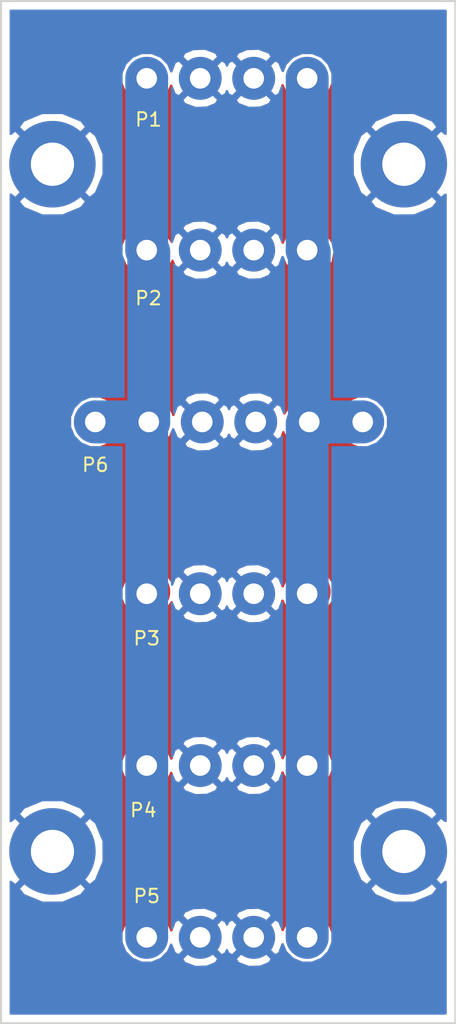
<source format=kicad_pcb>
(kicad_pcb (version 4) (host pcbnew 4.0.5)

  (general
    (links 27)
    (no_connects 0)
    (area 132.761667 57.709999 168.863334 133.425001)
    (thickness 1.6)
    (drawings 4)
    (tracks 24)
    (zones 0)
    (modules 10)
    (nets 4)
  )

  (page A4)
  (layers
    (0 F.Cu signal)
    (31 B.Cu signal)
    (32 B.Adhes user)
    (33 F.Adhes user)
    (34 B.Paste user)
    (35 F.Paste user)
    (36 B.SilkS user)
    (37 F.SilkS user)
    (38 B.Mask user)
    (39 F.Mask user)
    (40 Dwgs.User user)
    (41 Cmts.User user)
    (42 Eco1.User user)
    (43 Eco2.User user)
    (44 Edge.Cuts user)
    (45 Margin user)
    (46 B.CrtYd user)
    (47 F.CrtYd user)
    (48 B.Fab user)
    (49 F.Fab user)
  )

  (setup
    (last_trace_width 0.25)
    (user_trace_width 3.175)
    (trace_clearance 0.2)
    (zone_clearance 0.2032)
    (zone_45_only no)
    (trace_min 0.2)
    (segment_width 0.2)
    (edge_width 0.15)
    (via_size 0.6)
    (via_drill 0.4)
    (via_min_size 0.4)
    (via_min_drill 0.3)
    (uvia_size 0.3)
    (uvia_drill 0.1)
    (uvias_allowed no)
    (uvia_min_size 0.2)
    (uvia_min_drill 0.1)
    (pcb_text_width 0.3)
    (pcb_text_size 1.5 1.5)
    (mod_edge_width 0.15)
    (mod_text_size 1 1)
    (mod_text_width 0.15)
    (pad_size 1.524 1.524)
    (pad_drill 0.762)
    (pad_to_mask_clearance 0.2)
    (aux_axis_origin 0 0)
    (visible_elements FFFFFF7F)
    (pcbplotparams
      (layerselection 0x00030_80000001)
      (usegerberextensions false)
      (excludeedgelayer true)
      (linewidth 0.100000)
      (plotframeref false)
      (viasonmask false)
      (mode 1)
      (useauxorigin false)
      (hpglpennumber 1)
      (hpglpenspeed 20)
      (hpglpendiameter 15)
      (hpglpenoverlay 2)
      (psnegative false)
      (psa4output false)
      (plotreference true)
      (plotvalue true)
      (plotinvisibletext false)
      (padsonsilk false)
      (subtractmaskfromsilk false)
      (outputformat 1)
      (mirror false)
      (drillshape 1)
      (scaleselection 1)
      (outputdirectory ""))
  )

  (net 0 "")
  (net 1 +12V)
  (net 2 GND)
  (net 3 +5V)

  (net_class Default "This is the default net class."
    (clearance 0.2)
    (trace_width 0.25)
    (via_dia 0.6)
    (via_drill 0.4)
    (uvia_dia 0.3)
    (uvia_drill 0.1)
    (add_net +12V)
    (add_net +5V)
    (add_net GND)
  )

  (module Connectors:molex-77-156-4 (layer F.Cu) (tedit 5CF50EB3) (tstamp 5CF3F951)
    (at 144.78 63.5)
    (path /5CF3B173)
    (fp_text reference P1 (at 0.127 3.048) (layer F.SilkS)
      (effects (font (size 1 1) (thickness 0.15)))
    )
    (fp_text value CONN_01X04 (at 5.715 2.54) (layer F.Fab) hide
      (effects (font (size 1 1) (thickness 0.15)))
    )
    (pad 1 thru_hole circle (at 0 0) (size 3.175 3.175) (drill 1.524) (layers *.Cu *.Mask)
      (net 1 +12V))
    (pad 2 thru_hole circle (at 3.9624 0) (size 3.175 3.175) (drill 1.524) (layers *.Cu *.Mask)
      (net 2 GND))
    (pad 3 thru_hole circle (at 7.9248 0) (size 3.175 3.175) (drill 1.524) (layers *.Cu *.Mask)
      (net 2 GND))
    (pad 4 thru_hole circle (at 11.8872 0) (size 3.175 3.175) (drill 1.524) (layers *.Cu *.Mask)
      (net 3 +5V))
  )

  (module Connectors:molex-77-156-4 (layer F.Cu) (tedit 5CF50EB7) (tstamp 5CF3F959)
    (at 144.78 76.2)
    (path /5CF3B1AC)
    (fp_text reference P2 (at 0.127 3.556) (layer F.SilkS)
      (effects (font (size 1 1) (thickness 0.15)))
    )
    (fp_text value CONN_01X04 (at 5.715 2.54) (layer F.Fab) hide
      (effects (font (size 1 1) (thickness 0.15)))
    )
    (pad 1 thru_hole circle (at 0 0) (size 3.175 3.175) (drill 1.524) (layers *.Cu *.Mask)
      (net 1 +12V))
    (pad 2 thru_hole circle (at 3.9624 0) (size 3.175 3.175) (drill 1.524) (layers *.Cu *.Mask)
      (net 2 GND))
    (pad 3 thru_hole circle (at 7.9248 0) (size 3.175 3.175) (drill 1.524) (layers *.Cu *.Mask)
      (net 2 GND))
    (pad 4 thru_hole circle (at 11.8872 0) (size 3.175 3.175) (drill 1.524) (layers *.Cu *.Mask)
      (net 3 +5V))
  )

  (module Connectors:molex-77-156-4 (layer F.Cu) (tedit 5CF50EC4) (tstamp 5CF3F961)
    (at 144.78 101.6)
    (path /5CF3B1C5)
    (fp_text reference P3 (at 0 3.302) (layer F.SilkS)
      (effects (font (size 1 1) (thickness 0.15)))
    )
    (fp_text value CONN_01X04 (at 5.715 2.54) (layer F.Fab) hide
      (effects (font (size 1 1) (thickness 0.15)))
    )
    (pad 1 thru_hole circle (at 0 0) (size 3.175 3.175) (drill 1.524) (layers *.Cu *.Mask)
      (net 1 +12V))
    (pad 2 thru_hole circle (at 3.9624 0) (size 3.175 3.175) (drill 1.524) (layers *.Cu *.Mask)
      (net 2 GND))
    (pad 3 thru_hole circle (at 7.9248 0) (size 3.175 3.175) (drill 1.524) (layers *.Cu *.Mask)
      (net 2 GND))
    (pad 4 thru_hole circle (at 11.8872 0) (size 3.175 3.175) (drill 1.524) (layers *.Cu *.Mask)
      (net 3 +5V))
  )

  (module Connectors:molex-77-156-4 (layer F.Cu) (tedit 5CF50EC9) (tstamp 5CF3F969)
    (at 144.78 114.3)
    (path /5CF3B1E0)
    (fp_text reference P4 (at -0.254 3.302) (layer F.SilkS)
      (effects (font (size 1 1) (thickness 0.15)))
    )
    (fp_text value CONN_01X04 (at 5.715 2.54) (layer F.Fab) hide
      (effects (font (size 1 1) (thickness 0.15)))
    )
    (pad 1 thru_hole circle (at 0 0) (size 3.175 3.175) (drill 1.524) (layers *.Cu *.Mask)
      (net 1 +12V))
    (pad 2 thru_hole circle (at 3.9624 0) (size 3.175 3.175) (drill 1.524) (layers *.Cu *.Mask)
      (net 2 GND))
    (pad 3 thru_hole circle (at 7.9248 0) (size 3.175 3.175) (drill 1.524) (layers *.Cu *.Mask)
      (net 2 GND))
    (pad 4 thru_hole circle (at 11.8872 0) (size 3.175 3.175) (drill 1.524) (layers *.Cu *.Mask)
      (net 3 +5V))
  )

  (module Connectors:molex-77-156-4 (layer F.Cu) (tedit 5CF50ECC) (tstamp 5CF3F971)
    (at 144.78 127)
    (path /5CF3B200)
    (fp_text reference P5 (at 0 -3.048) (layer F.SilkS)
      (effects (font (size 1 1) (thickness 0.15)))
    )
    (fp_text value CONN_01X04 (at 5.715 2.54) (layer F.Fab) hide
      (effects (font (size 1 1) (thickness 0.15)))
    )
    (pad 1 thru_hole circle (at 0 0) (size 3.175 3.175) (drill 1.524) (layers *.Cu *.Mask)
      (net 1 +12V))
    (pad 2 thru_hole circle (at 3.9624 0) (size 3.175 3.175) (drill 1.524) (layers *.Cu *.Mask)
      (net 2 GND))
    (pad 3 thru_hole circle (at 7.9248 0) (size 3.175 3.175) (drill 1.524) (layers *.Cu *.Mask)
      (net 2 GND))
    (pad 4 thru_hole circle (at 11.8872 0) (size 3.175 3.175) (drill 1.524) (layers *.Cu *.Mask)
      (net 3 +5V))
  )

  (module Connectors:molex-77-156-6 (layer F.Cu) (tedit 5CF50EBD) (tstamp 5CF3F97B)
    (at 140.97 88.9)
    (path /5CF3B224)
    (fp_text reference P6 (at 0 3.175) (layer F.SilkS)
      (effects (font (size 1 1) (thickness 0.15)))
    )
    (fp_text value CONN_01X06 (at 15.24 -3.81) (layer F.Fab) hide
      (effects (font (size 1 1) (thickness 0.15)))
    )
    (pad 1 thru_hole circle (at 0 0) (size 3.175 3.175) (drill 1.524) (layers *.Cu *.Mask)
      (net 1 +12V))
    (pad 2 thru_hole circle (at 3.9624 0) (size 3.175 3.175) (drill 1.524) (layers *.Cu *.Mask)
      (net 1 +12V))
    (pad 3 thru_hole circle (at 7.9248 0) (size 3.175 3.175) (drill 1.524) (layers *.Cu *.Mask)
      (net 2 GND))
    (pad 4 thru_hole circle (at 11.8872 0) (size 3.175 3.175) (drill 1.524) (layers *.Cu *.Mask)
      (net 2 GND))
    (pad 5 thru_hole circle (at 15.8496 0) (size 3.175 3.175) (drill 1.524) (layers *.Cu *.Mask)
      (net 3 +5V))
    (pad 6 thru_hole circle (at 19.812 0) (size 3.175 3.175) (drill 1.524) (layers *.Cu *.Mask)
      (net 3 +5V))
  )

  (module Mounting_Holes:MountingHole_3.2mm_M3_Pad (layer F.Cu) (tedit 5CF50EEC) (tstamp 5CF50BF8)
    (at 137.795 120.65)
    (descr "Mounting Hole 3.2mm, M3")
    (tags "mounting hole 3.2mm m3")
    (path /5CF50B41)
    (attr virtual)
    (fp_text reference P7 (at 0 -4.2) (layer F.SilkS) hide
      (effects (font (size 1 1) (thickness 0.15)))
    )
    (fp_text value CONN_01X01 (at 0 4.2) (layer F.Fab) hide
      (effects (font (size 1 1) (thickness 0.15)))
    )
    (fp_text user %R (at 0.3 0) (layer F.Fab)
      (effects (font (size 1 1) (thickness 0.15)))
    )
    (fp_circle (center 0 0) (end 3.2 0) (layer Cmts.User) (width 0.15))
    (fp_circle (center 0 0) (end 3.45 0) (layer F.CrtYd) (width 0.05))
    (pad 1 thru_hole circle (at 0 0) (size 6.4 6.4) (drill 3.2) (layers *.Cu *.Mask)
      (net 2 GND))
  )

  (module Mounting_Holes:MountingHole_3.2mm_M3_Pad (layer F.Cu) (tedit 5CF50EE7) (tstamp 5CF50BFD)
    (at 163.83 120.65)
    (descr "Mounting Hole 3.2mm, M3")
    (tags "mounting hole 3.2mm m3")
    (path /5CF50B6E)
    (attr virtual)
    (fp_text reference P8 (at 0 -4.2) (layer F.SilkS) hide
      (effects (font (size 1 1) (thickness 0.15)))
    )
    (fp_text value CONN_01X01 (at 0 4.2) (layer F.Fab) hide
      (effects (font (size 1 1) (thickness 0.15)))
    )
    (fp_text user %R (at 0.3 0) (layer F.Fab)
      (effects (font (size 1 1) (thickness 0.15)))
    )
    (fp_circle (center 0 0) (end 3.2 0) (layer Cmts.User) (width 0.15))
    (fp_circle (center 0 0) (end 3.45 0) (layer F.CrtYd) (width 0.05))
    (pad 1 thru_hole circle (at 0 0) (size 6.4 6.4) (drill 3.2) (layers *.Cu *.Mask)
      (net 2 GND))
  )

  (module Mounting_Holes:MountingHole_3.2mm_M3_Pad (layer F.Cu) (tedit 5CF50EE1) (tstamp 5CF50C02)
    (at 163.83 69.85)
    (descr "Mounting Hole 3.2mm, M3")
    (tags "mounting hole 3.2mm m3")
    (path /5CF50B93)
    (attr virtual)
    (fp_text reference P9 (at 0 -4.2) (layer F.SilkS) hide
      (effects (font (size 1 1) (thickness 0.15)))
    )
    (fp_text value CONN_01X01 (at 0 4.2) (layer F.Fab) hide
      (effects (font (size 1 1) (thickness 0.15)))
    )
    (fp_text user %R (at 0.3 0) (layer F.Fab)
      (effects (font (size 1 1) (thickness 0.15)))
    )
    (fp_circle (center 0 0) (end 3.2 0) (layer Cmts.User) (width 0.15))
    (fp_circle (center 0 0) (end 3.45 0) (layer F.CrtYd) (width 0.05))
    (pad 1 thru_hole circle (at 0 0) (size 6.4 6.4) (drill 3.2) (layers *.Cu *.Mask)
      (net 2 GND))
  )

  (module Mounting_Holes:MountingHole_3.2mm_M3_Pad (layer F.Cu) (tedit 5CF50EDC) (tstamp 5CF50C07)
    (at 137.795 69.85)
    (descr "Mounting Hole 3.2mm, M3")
    (tags "mounting hole 3.2mm m3")
    (path /5CF50BBA)
    (attr virtual)
    (fp_text reference P10 (at 0 -4.2) (layer F.SilkS) hide
      (effects (font (size 1 1) (thickness 0.15)))
    )
    (fp_text value CONN_01X01 (at 0 4.2) (layer F.Fab) hide
      (effects (font (size 1 1) (thickness 0.15)))
    )
    (fp_text user %R (at 0.3 0) (layer F.Fab)
      (effects (font (size 1 1) (thickness 0.15)))
    )
    (fp_circle (center 0 0) (end 3.2 0) (layer Cmts.User) (width 0.15))
    (fp_circle (center 0 0) (end 3.45 0) (layer F.CrtYd) (width 0.05))
    (pad 1 thru_hole circle (at 0 0) (size 6.4 6.4) (drill 3.2) (layers *.Cu *.Mask)
      (net 2 GND))
  )

  (gr_line (start 133.985 133.35) (end 167.64 133.35) (angle 90) (layer Edge.Cuts) (width 0.15))
  (gr_line (start 133.985 57.785) (end 133.985 133.35) (angle 90) (layer Edge.Cuts) (width 0.15))
  (gr_line (start 167.64 57.785) (end 133.985 57.785) (angle 90) (layer Edge.Cuts) (width 0.15))
  (gr_line (start 167.64 133.35) (end 167.64 57.785) (angle 90) (layer Edge.Cuts) (width 0.15))

  (segment (start 144.9324 88.9) (end 140.97 88.9) (width 3.175) (layer B.Cu) (net 1))
  (segment (start 144.78 76.2) (end 144.78 63.5) (width 3.175) (layer B.Cu) (net 1))
  (segment (start 144.9324 88.9) (end 144.9324 76.3524) (width 3.175) (layer B.Cu) (net 1))
  (segment (start 144.9324 76.3524) (end 144.78 76.2) (width 3.175) (layer B.Cu) (net 1) (tstamp 5CF50A03))
  (segment (start 144.78 101.6) (end 144.78 89.0524) (width 3.175) (layer B.Cu) (net 1))
  (segment (start 144.78 89.0524) (end 144.9324 88.9) (width 3.175) (layer B.Cu) (net 1) (tstamp 5CF50A00))
  (segment (start 144.78 114.3) (end 144.78 101.6) (width 3.175) (layer B.Cu) (net 1))
  (segment (start 144.78 127) (end 144.78 114.3) (width 3.175) (layer B.Cu) (net 1))
  (segment (start 144.78 89.0524) (end 144.9324 88.9) (width 3.175) (layer F.Cu) (net 1) (tstamp 5CF50948))
  (segment (start 144.78 76.2) (end 144.9324 76.3524) (width 3.175) (layer F.Cu) (net 1) (tstamp 5CF5093A))
  (segment (start 144.78 76.2) (end 144.9324 76.3524) (width 3.175) (layer F.Cu) (net 1) (tstamp 5CF50901))
  (segment (start 144.9324 101.4476) (end 144.78 101.6) (width 3.175) (layer F.Cu) (net 1) (tstamp 5CF50906))
  (segment (start 156.8196 88.9) (end 160.782 88.9) (width 3.175) (layer B.Cu) (net 3))
  (segment (start 156.6672 76.2) (end 156.6672 63.5) (width 3.175) (layer B.Cu) (net 3))
  (segment (start 156.8196 88.9) (end 156.8196 76.3524) (width 3.175) (layer B.Cu) (net 3))
  (segment (start 156.8196 76.3524) (end 156.6672 76.2) (width 3.175) (layer B.Cu) (net 3) (tstamp 5CF50A15))
  (segment (start 156.6672 101.6) (end 156.6672 89.0524) (width 3.175) (layer B.Cu) (net 3))
  (segment (start 156.6672 89.0524) (end 156.8196 88.9) (width 3.175) (layer B.Cu) (net 3) (tstamp 5CF50A12))
  (segment (start 156.6672 114.3) (end 156.6672 101.6) (width 3.175) (layer B.Cu) (net 3))
  (segment (start 156.6672 127) (end 156.6672 114.3) (width 3.175) (layer B.Cu) (net 3))
  (segment (start 156.8196 76.3524) (end 156.6672 76.2) (width 3.175) (layer F.Cu) (net 3) (tstamp 5CF50966))
  (segment (start 156.6672 89.0524) (end 156.8196 88.9) (width 3.175) (layer F.Cu) (net 3) (tstamp 5CF50962))
  (segment (start 156.6672 101.6) (end 156.8196 101.4476) (width 3.175) (layer F.Cu) (net 3) (tstamp 5CF3FB1A))
  (segment (start 156.8196 76.3524) (end 156.6672 76.2) (width 3.175) (layer F.Cu) (net 3) (tstamp 5CF3FB27))

  (zone (net 2) (net_name GND) (layer F.Cu) (tstamp 5D5E9F3B) (hatch edge 0.508)
    (connect_pads (clearance 0.2032))
    (min_thickness 0.1778)
    (fill yes (arc_segments 16) (thermal_gap 0.508) (thermal_bridge_width 0.508))
    (polygon
      (pts
        (xy 167.005 132.715) (xy 134.62 132.715) (xy 134.62 58.42) (xy 167.005 58.42)
      )
    )
    (filled_polygon
      (pts
        (xy 166.9161 67.601441) (xy 166.576048 67.337439) (xy 164.063487 69.85) (xy 166.576048 72.362561) (xy 166.9161 72.098559)
        (xy 166.9161 118.401441) (xy 166.576048 118.137439) (xy 164.063487 120.65) (xy 166.576048 123.162561) (xy 166.9161 122.898559)
        (xy 166.9161 132.6261) (xy 134.7089 132.6261) (xy 134.7089 127.372235) (xy 142.900074 127.372235) (xy 143.185623 128.063317)
        (xy 143.713902 128.592519) (xy 144.404484 128.879273) (xy 145.152235 128.879926) (xy 145.843317 128.594377) (xy 145.856271 128.581445)
        (xy 147.394442 128.581445) (xy 147.570458 128.893925) (xy 148.384441 129.198242) (xy 149.252919 129.167895) (xy 149.914342 128.893925)
        (xy 150.090358 128.581445) (xy 151.356842 128.581445) (xy 151.532858 128.893925) (xy 152.346841 129.198242) (xy 153.215319 129.167895)
        (xy 153.876742 128.893925) (xy 154.052758 128.581445) (xy 152.7048 127.233487) (xy 151.356842 128.581445) (xy 150.090358 128.581445)
        (xy 148.7424 127.233487) (xy 147.394442 128.581445) (xy 145.856271 128.581445) (xy 146.372519 128.066098) (xy 146.588842 127.545132)
        (xy 146.848475 128.171942) (xy 147.160955 128.347958) (xy 148.508913 127) (xy 148.975887 127) (xy 150.323845 128.347958)
        (xy 150.636325 128.171942) (xy 150.719131 127.950453) (xy 150.810875 128.171942) (xy 151.123355 128.347958) (xy 152.471313 127)
        (xy 152.938287 127) (xy 154.286245 128.347958) (xy 154.598725 128.171942) (xy 154.845249 127.512544) (xy 155.072823 128.063317)
        (xy 155.601102 128.592519) (xy 156.291684 128.879273) (xy 157.039435 128.879926) (xy 157.730517 128.594377) (xy 158.259719 128.066098)
        (xy 158.546473 127.375516) (xy 158.547126 126.627765) (xy 158.261577 125.936683) (xy 157.733298 125.407481) (xy 157.042716 125.120727)
        (xy 156.294965 125.120074) (xy 155.603883 125.405623) (xy 155.074681 125.933902) (xy 154.858358 126.454868) (xy 154.598725 125.828058)
        (xy 154.286245 125.652042) (xy 152.938287 127) (xy 152.471313 127) (xy 151.123355 125.652042) (xy 150.810875 125.828058)
        (xy 150.728069 126.049547) (xy 150.636325 125.828058) (xy 150.323845 125.652042) (xy 148.975887 127) (xy 148.508913 127)
        (xy 147.160955 125.652042) (xy 146.848475 125.828058) (xy 146.601951 126.487456) (xy 146.374377 125.936683) (xy 145.857153 125.418555)
        (xy 147.394442 125.418555) (xy 148.7424 126.766513) (xy 150.090358 125.418555) (xy 151.356842 125.418555) (xy 152.7048 126.766513)
        (xy 154.052758 125.418555) (xy 153.876742 125.106075) (xy 153.062759 124.801758) (xy 152.194281 124.832105) (xy 151.532858 125.106075)
        (xy 151.356842 125.418555) (xy 150.090358 125.418555) (xy 149.914342 125.106075) (xy 149.100359 124.801758) (xy 148.231881 124.832105)
        (xy 147.570458 125.106075) (xy 147.394442 125.418555) (xy 145.857153 125.418555) (xy 145.846098 125.407481) (xy 145.155516 125.120727)
        (xy 144.407765 125.120074) (xy 143.716683 125.405623) (xy 143.187481 125.933902) (xy 142.900727 126.624484) (xy 142.900074 127.372235)
        (xy 134.7089 127.372235) (xy 134.7089 123.396048) (xy 135.282439 123.396048) (xy 135.655154 123.87613) (xy 137.052627 124.449439)
        (xy 138.563119 124.444318) (xy 139.934846 123.87613) (xy 140.307561 123.396048) (xy 161.317439 123.396048) (xy 161.690154 123.87613)
        (xy 163.087627 124.449439) (xy 164.598119 124.444318) (xy 165.969846 123.87613) (xy 166.342561 123.396048) (xy 163.83 120.883487)
        (xy 161.317439 123.396048) (xy 140.307561 123.396048) (xy 137.795 120.883487) (xy 135.282439 123.396048) (xy 134.7089 123.396048)
        (xy 134.7089 122.898559) (xy 135.048952 123.162561) (xy 137.561513 120.65) (xy 138.028487 120.65) (xy 140.541048 123.162561)
        (xy 141.02113 122.789846) (xy 141.594439 121.392373) (xy 141.589406 119.907627) (xy 160.030561 119.907627) (xy 160.035682 121.418119)
        (xy 160.60387 122.789846) (xy 161.083952 123.162561) (xy 163.596513 120.65) (xy 161.083952 118.137439) (xy 160.60387 118.510154)
        (xy 160.030561 119.907627) (xy 141.589406 119.907627) (xy 141.589318 119.881881) (xy 141.02113 118.510154) (xy 140.541048 118.137439)
        (xy 138.028487 120.65) (xy 137.561513 120.65) (xy 135.048952 118.137439) (xy 134.7089 118.401441) (xy 134.7089 117.903952)
        (xy 135.282439 117.903952) (xy 137.795 120.416513) (xy 140.307561 117.903952) (xy 161.317439 117.903952) (xy 163.83 120.416513)
        (xy 166.342561 117.903952) (xy 165.969846 117.42387) (xy 164.572373 116.850561) (xy 163.061881 116.855682) (xy 161.690154 117.42387)
        (xy 161.317439 117.903952) (xy 140.307561 117.903952) (xy 139.934846 117.42387) (xy 138.537373 116.850561) (xy 137.026881 116.855682)
        (xy 135.655154 117.42387) (xy 135.282439 117.903952) (xy 134.7089 117.903952) (xy 134.7089 114.672235) (xy 142.900074 114.672235)
        (xy 143.185623 115.363317) (xy 143.713902 115.892519) (xy 144.404484 116.179273) (xy 145.152235 116.179926) (xy 145.843317 115.894377)
        (xy 145.856271 115.881445) (xy 147.394442 115.881445) (xy 147.570458 116.193925) (xy 148.384441 116.498242) (xy 149.252919 116.467895)
        (xy 149.914342 116.193925) (xy 150.090358 115.881445) (xy 151.356842 115.881445) (xy 151.532858 116.193925) (xy 152.346841 116.498242)
        (xy 153.215319 116.467895) (xy 153.876742 116.193925) (xy 154.052758 115.881445) (xy 152.7048 114.533487) (xy 151.356842 115.881445)
        (xy 150.090358 115.881445) (xy 148.7424 114.533487) (xy 147.394442 115.881445) (xy 145.856271 115.881445) (xy 146.372519 115.366098)
        (xy 146.588842 114.845132) (xy 146.848475 115.471942) (xy 147.160955 115.647958) (xy 148.508913 114.3) (xy 148.975887 114.3)
        (xy 150.323845 115.647958) (xy 150.636325 115.471942) (xy 150.719131 115.250453) (xy 150.810875 115.471942) (xy 151.123355 115.647958)
        (xy 152.471313 114.3) (xy 152.938287 114.3) (xy 154.286245 115.647958) (xy 154.598725 115.471942) (xy 154.845249 114.812544)
        (xy 155.072823 115.363317) (xy 155.601102 115.892519) (xy 156.291684 116.179273) (xy 157.039435 116.179926) (xy 157.730517 115.894377)
        (xy 158.259719 115.366098) (xy 158.546473 114.675516) (xy 158.547126 113.927765) (xy 158.261577 113.236683) (xy 157.733298 112.707481)
        (xy 157.042716 112.420727) (xy 156.294965 112.420074) (xy 155.603883 112.705623) (xy 155.074681 113.233902) (xy 154.858358 113.754868)
        (xy 154.598725 113.128058) (xy 154.286245 112.952042) (xy 152.938287 114.3) (xy 152.471313 114.3) (xy 151.123355 112.952042)
        (xy 150.810875 113.128058) (xy 150.728069 113.349547) (xy 150.636325 113.128058) (xy 150.323845 112.952042) (xy 148.975887 114.3)
        (xy 148.508913 114.3) (xy 147.160955 112.952042) (xy 146.848475 113.128058) (xy 146.601951 113.787456) (xy 146.374377 113.236683)
        (xy 145.857153 112.718555) (xy 147.394442 112.718555) (xy 148.7424 114.066513) (xy 150.090358 112.718555) (xy 151.356842 112.718555)
        (xy 152.7048 114.066513) (xy 154.052758 112.718555) (xy 153.876742 112.406075) (xy 153.062759 112.101758) (xy 152.194281 112.132105)
        (xy 151.532858 112.406075) (xy 151.356842 112.718555) (xy 150.090358 112.718555) (xy 149.914342 112.406075) (xy 149.100359 112.101758)
        (xy 148.231881 112.132105) (xy 147.570458 112.406075) (xy 147.394442 112.718555) (xy 145.857153 112.718555) (xy 145.846098 112.707481)
        (xy 145.155516 112.420727) (xy 144.407765 112.420074) (xy 143.716683 112.705623) (xy 143.187481 113.233902) (xy 142.900727 113.924484)
        (xy 142.900074 114.672235) (xy 134.7089 114.672235) (xy 134.7089 101.972235) (xy 142.900074 101.972235) (xy 143.185623 102.663317)
        (xy 143.713902 103.192519) (xy 144.404484 103.479273) (xy 145.152235 103.479926) (xy 145.843317 103.194377) (xy 145.856271 103.181445)
        (xy 147.394442 103.181445) (xy 147.570458 103.493925) (xy 148.384441 103.798242) (xy 149.252919 103.767895) (xy 149.914342 103.493925)
        (xy 150.090358 103.181445) (xy 151.356842 103.181445) (xy 151.532858 103.493925) (xy 152.346841 103.798242) (xy 153.215319 103.767895)
        (xy 153.876742 103.493925) (xy 154.052758 103.181445) (xy 152.7048 101.833487) (xy 151.356842 103.181445) (xy 150.090358 103.181445)
        (xy 148.7424 101.833487) (xy 147.394442 103.181445) (xy 145.856271 103.181445) (xy 146.372519 102.666098) (xy 146.433511 102.519212)
        (xy 146.625052 102.232551) (xy 146.848475 102.771942) (xy 147.160955 102.947958) (xy 148.508913 101.6) (xy 148.975887 101.6)
        (xy 150.323845 102.947958) (xy 150.636325 102.771942) (xy 150.719131 102.550453) (xy 150.810875 102.771942) (xy 151.123355 102.947958)
        (xy 152.471313 101.6) (xy 152.938287 101.6) (xy 154.286245 102.947958) (xy 154.598725 102.771942) (xy 154.845249 102.112544)
        (xy 155.072823 102.663317) (xy 155.601102 103.192519) (xy 156.291684 103.479273) (xy 157.039435 103.479926) (xy 157.730517 103.194377)
        (xy 158.259719 102.666098) (xy 158.320711 102.519212) (xy 158.556124 102.166892) (xy 158.6992 101.4476) (xy 158.556124 100.728308)
        (xy 158.148678 100.118522) (xy 157.538892 99.711076) (xy 156.8196 99.568) (xy 156.100308 99.711076) (xy 155.749591 99.945418)
        (xy 155.603883 100.005623) (xy 155.491323 100.117987) (xy 155.490522 100.118522) (xy 155.338995 100.270049) (xy 155.074681 100.533902)
        (xy 154.858358 101.054868) (xy 154.598725 100.428058) (xy 154.286245 100.252042) (xy 152.938287 101.6) (xy 152.471313 101.6)
        (xy 151.123355 100.252042) (xy 150.810875 100.428058) (xy 150.728069 100.649547) (xy 150.636325 100.428058) (xy 150.323845 100.252042)
        (xy 148.975887 101.6) (xy 148.508913 101.6) (xy 147.160955 100.252042) (xy 146.848475 100.428058) (xy 146.692296 100.845805)
        (xy 146.668924 100.728308) (xy 146.261478 100.118522) (xy 146.111867 100.018555) (xy 147.394442 100.018555) (xy 148.7424 101.366513)
        (xy 150.090358 100.018555) (xy 151.356842 100.018555) (xy 152.7048 101.366513) (xy 154.052758 100.018555) (xy 153.876742 99.706075)
        (xy 153.062759 99.401758) (xy 152.194281 99.432105) (xy 151.532858 99.706075) (xy 151.356842 100.018555) (xy 150.090358 100.018555)
        (xy 149.914342 99.706075) (xy 149.100359 99.401758) (xy 148.231881 99.432105) (xy 147.570458 99.706075) (xy 147.394442 100.018555)
        (xy 146.111867 100.018555) (xy 145.651692 99.711076) (xy 144.9324 99.568) (xy 144.213108 99.711076) (xy 143.862391 99.945418)
        (xy 143.716683 100.005623) (xy 143.604123 100.117987) (xy 143.603322 100.118522) (xy 143.451795 100.270049) (xy 143.187481 100.533902)
        (xy 142.900727 101.224484) (xy 142.900074 101.972235) (xy 134.7089 101.972235) (xy 134.7089 89.272235) (xy 139.090074 89.272235)
        (xy 139.375623 89.963317) (xy 139.903902 90.492519) (xy 140.594484 90.779273) (xy 141.342235 90.779926) (xy 142.033317 90.494377)
        (xy 142.562519 89.966098) (xy 142.849273 89.275516) (xy 142.849467 89.0524) (xy 142.9004 89.0524) (xy 143.043476 89.771692)
        (xy 143.450922 90.381478) (xy 144.060708 90.788924) (xy 144.78 90.932) (xy 145.499292 90.788924) (xy 145.850009 90.554582)
        (xy 145.995717 90.494377) (xy 146.008671 90.481445) (xy 147.546842 90.481445) (xy 147.722858 90.793925) (xy 148.536841 91.098242)
        (xy 149.405319 91.067895) (xy 150.066742 90.793925) (xy 150.242758 90.481445) (xy 151.509242 90.481445) (xy 151.685258 90.793925)
        (xy 152.499241 91.098242) (xy 153.367719 91.067895) (xy 154.029142 90.793925) (xy 154.205158 90.481445) (xy 152.8572 89.133487)
        (xy 151.509242 90.481445) (xy 150.242758 90.481445) (xy 148.8948 89.133487) (xy 147.546842 90.481445) (xy 146.008671 90.481445)
        (xy 146.108277 90.382013) (xy 146.109078 90.381478) (xy 146.260605 90.229951) (xy 146.524919 89.966098) (xy 146.741242 89.445132)
        (xy 147.000875 90.071942) (xy 147.313355 90.247958) (xy 148.661313 88.9) (xy 149.128287 88.9) (xy 150.476245 90.247958)
        (xy 150.788725 90.071942) (xy 150.871531 89.850453) (xy 150.963275 90.071942) (xy 151.275755 90.247958) (xy 152.623713 88.9)
        (xy 153.090687 88.9) (xy 154.438645 90.247958) (xy 154.751125 90.071942) (xy 154.907304 89.654195) (xy 154.930676 89.771692)
        (xy 155.338122 90.381478) (xy 155.947908 90.788924) (xy 156.6672 90.932) (xy 157.386492 90.788924) (xy 157.737209 90.554582)
        (xy 157.882917 90.494377) (xy 157.995477 90.382013) (xy 157.996278 90.381478) (xy 158.147805 90.229951) (xy 158.412119 89.966098)
        (xy 158.698873 89.275516) (xy 158.698875 89.272235) (xy 158.902074 89.272235) (xy 159.187623 89.963317) (xy 159.715902 90.492519)
        (xy 160.406484 90.779273) (xy 161.154235 90.779926) (xy 161.845317 90.494377) (xy 162.374519 89.966098) (xy 162.661273 89.275516)
        (xy 162.661926 88.527765) (xy 162.376377 87.836683) (xy 161.848098 87.307481) (xy 161.157516 87.020727) (xy 160.409765 87.020074)
        (xy 159.718683 87.305623) (xy 159.189481 87.833902) (xy 158.902727 88.524484) (xy 158.902074 89.272235) (xy 158.698875 89.272235)
        (xy 158.699526 88.527765) (xy 158.413977 87.836683) (xy 157.885698 87.307481) (xy 157.195116 87.020727) (xy 156.447365 87.020074)
        (xy 155.756283 87.305623) (xy 155.227081 87.833902) (xy 155.166089 87.980788) (xy 154.974548 88.267449) (xy 154.751125 87.728058)
        (xy 154.438645 87.552042) (xy 153.090687 88.9) (xy 152.623713 88.9) (xy 151.275755 87.552042) (xy 150.963275 87.728058)
        (xy 150.880469 87.949547) (xy 150.788725 87.728058) (xy 150.476245 87.552042) (xy 149.128287 88.9) (xy 148.661313 88.9)
        (xy 147.313355 87.552042) (xy 147.000875 87.728058) (xy 146.754351 88.387456) (xy 146.526777 87.836683) (xy 146.009553 87.318555)
        (xy 147.546842 87.318555) (xy 148.8948 88.666513) (xy 150.242758 87.318555) (xy 151.509242 87.318555) (xy 152.8572 88.666513)
        (xy 154.205158 87.318555) (xy 154.029142 87.006075) (xy 153.215159 86.701758) (xy 152.346681 86.732105) (xy 151.685258 87.006075)
        (xy 151.509242 87.318555) (xy 150.242758 87.318555) (xy 150.066742 87.006075) (xy 149.252759 86.701758) (xy 148.384281 86.732105)
        (xy 147.722858 87.006075) (xy 147.546842 87.318555) (xy 146.009553 87.318555) (xy 145.998498 87.307481) (xy 145.307916 87.020727)
        (xy 144.560165 87.020074) (xy 143.869083 87.305623) (xy 143.339881 87.833902) (xy 143.278889 87.980788) (xy 143.043476 88.333108)
        (xy 142.9004 89.0524) (xy 142.849467 89.0524) (xy 142.849926 88.527765) (xy 142.564377 87.836683) (xy 142.036098 87.307481)
        (xy 141.345516 87.020727) (xy 140.597765 87.020074) (xy 139.906683 87.305623) (xy 139.377481 87.833902) (xy 139.090727 88.524484)
        (xy 139.090074 89.272235) (xy 134.7089 89.272235) (xy 134.7089 76.572235) (xy 142.900074 76.572235) (xy 143.185623 77.263317)
        (xy 143.713902 77.792519) (xy 143.860788 77.853511) (xy 144.213108 78.088924) (xy 144.9324 78.232) (xy 145.651692 78.088924)
        (xy 146.111866 77.781445) (xy 147.394442 77.781445) (xy 147.570458 78.093925) (xy 148.384441 78.398242) (xy 149.252919 78.367895)
        (xy 149.914342 78.093925) (xy 150.090358 77.781445) (xy 151.356842 77.781445) (xy 151.532858 78.093925) (xy 152.346841 78.398242)
        (xy 153.215319 78.367895) (xy 153.876742 78.093925) (xy 154.052758 77.781445) (xy 152.7048 76.433487) (xy 151.356842 77.781445)
        (xy 150.090358 77.781445) (xy 148.7424 76.433487) (xy 147.394442 77.781445) (xy 146.111866 77.781445) (xy 146.261478 77.681478)
        (xy 146.668924 77.071692) (xy 146.686827 76.981688) (xy 146.848475 77.371942) (xy 147.160955 77.547958) (xy 148.508913 76.2)
        (xy 148.975887 76.2) (xy 150.323845 77.547958) (xy 150.636325 77.371942) (xy 150.719131 77.150453) (xy 150.810875 77.371942)
        (xy 151.123355 77.547958) (xy 152.471313 76.2) (xy 152.938287 76.2) (xy 154.286245 77.547958) (xy 154.598725 77.371942)
        (xy 154.845249 76.712544) (xy 155.072823 77.263317) (xy 155.601102 77.792519) (xy 155.747988 77.853511) (xy 156.100308 78.088924)
        (xy 156.8196 78.232) (xy 157.538892 78.088924) (xy 158.148678 77.681478) (xy 158.556124 77.071692) (xy 158.6992 76.3524)
        (xy 158.556124 75.633108) (xy 158.321782 75.282391) (xy 158.261577 75.136683) (xy 158.149213 75.024123) (xy 158.148678 75.023322)
        (xy 157.997151 74.871795) (xy 157.733298 74.607481) (xy 157.042716 74.320727) (xy 156.294965 74.320074) (xy 155.603883 74.605623)
        (xy 155.074681 75.133902) (xy 154.858358 75.654868) (xy 154.598725 75.028058) (xy 154.286245 74.852042) (xy 152.938287 76.2)
        (xy 152.471313 76.2) (xy 151.123355 74.852042) (xy 150.810875 75.028058) (xy 150.728069 75.249547) (xy 150.636325 75.028058)
        (xy 150.323845 74.852042) (xy 148.975887 76.2) (xy 148.508913 76.2) (xy 147.160955 74.852042) (xy 146.848475 75.028058)
        (xy 146.639008 75.588336) (xy 146.434582 75.282391) (xy 146.374377 75.136683) (xy 146.262013 75.024123) (xy 146.261478 75.023322)
        (xy 146.109951 74.871795) (xy 145.857153 74.618555) (xy 147.394442 74.618555) (xy 148.7424 75.966513) (xy 150.090358 74.618555)
        (xy 151.356842 74.618555) (xy 152.7048 75.966513) (xy 154.052758 74.618555) (xy 153.876742 74.306075) (xy 153.062759 74.001758)
        (xy 152.194281 74.032105) (xy 151.532858 74.306075) (xy 151.356842 74.618555) (xy 150.090358 74.618555) (xy 149.914342 74.306075)
        (xy 149.100359 74.001758) (xy 148.231881 74.032105) (xy 147.570458 74.306075) (xy 147.394442 74.618555) (xy 145.857153 74.618555)
        (xy 145.846098 74.607481) (xy 145.155516 74.320727) (xy 144.407765 74.320074) (xy 143.716683 74.605623) (xy 143.187481 75.133902)
        (xy 142.900727 75.824484) (xy 142.900074 76.572235) (xy 134.7089 76.572235) (xy 134.7089 72.596048) (xy 135.282439 72.596048)
        (xy 135.655154 73.07613) (xy 137.052627 73.649439) (xy 138.563119 73.644318) (xy 139.934846 73.07613) (xy 140.307561 72.596048)
        (xy 161.317439 72.596048) (xy 161.690154 73.07613) (xy 163.087627 73.649439) (xy 164.598119 73.644318) (xy 165.969846 73.07613)
        (xy 166.342561 72.596048) (xy 163.83 70.083487) (xy 161.317439 72.596048) (xy 140.307561 72.596048) (xy 137.795 70.083487)
        (xy 135.282439 72.596048) (xy 134.7089 72.596048) (xy 134.7089 72.098559) (xy 135.048952 72.362561) (xy 137.561513 69.85)
        (xy 138.028487 69.85) (xy 140.541048 72.362561) (xy 141.02113 71.989846) (xy 141.594439 70.592373) (xy 141.589406 69.107627)
        (xy 160.030561 69.107627) (xy 160.035682 70.618119) (xy 160.60387 71.989846) (xy 161.083952 72.362561) (xy 163.596513 69.85)
        (xy 161.083952 67.337439) (xy 160.60387 67.710154) (xy 160.030561 69.107627) (xy 141.589406 69.107627) (xy 141.589318 69.081881)
        (xy 141.02113 67.710154) (xy 140.541048 67.337439) (xy 138.028487 69.85) (xy 137.561513 69.85) (xy 135.048952 67.337439)
        (xy 134.7089 67.601441) (xy 134.7089 67.103952) (xy 135.282439 67.103952) (xy 137.795 69.616513) (xy 140.307561 67.103952)
        (xy 161.317439 67.103952) (xy 163.83 69.616513) (xy 166.342561 67.103952) (xy 165.969846 66.62387) (xy 164.572373 66.050561)
        (xy 163.061881 66.055682) (xy 161.690154 66.62387) (xy 161.317439 67.103952) (xy 140.307561 67.103952) (xy 139.934846 66.62387)
        (xy 138.537373 66.050561) (xy 137.026881 66.055682) (xy 135.655154 66.62387) (xy 135.282439 67.103952) (xy 134.7089 67.103952)
        (xy 134.7089 63.872235) (xy 142.900074 63.872235) (xy 143.185623 64.563317) (xy 143.713902 65.092519) (xy 144.404484 65.379273)
        (xy 145.152235 65.379926) (xy 145.843317 65.094377) (xy 145.856271 65.081445) (xy 147.394442 65.081445) (xy 147.570458 65.393925)
        (xy 148.384441 65.698242) (xy 149.252919 65.667895) (xy 149.914342 65.393925) (xy 150.090358 65.081445) (xy 151.356842 65.081445)
        (xy 151.532858 65.393925) (xy 152.346841 65.698242) (xy 153.215319 65.667895) (xy 153.876742 65.393925) (xy 154.052758 65.081445)
        (xy 152.7048 63.733487) (xy 151.356842 65.081445) (xy 150.090358 65.081445) (xy 148.7424 63.733487) (xy 147.394442 65.081445)
        (xy 145.856271 65.081445) (xy 146.372519 64.566098) (xy 146.588842 64.045132) (xy 146.848475 64.671942) (xy 147.160955 64.847958)
        (xy 148.508913 63.5) (xy 148.975887 63.5) (xy 150.323845 64.847958) (xy 150.636325 64.671942) (xy 150.719131 64.450453)
        (xy 150.810875 64.671942) (xy 151.123355 64.847958) (xy 152.471313 63.5) (xy 152.938287 63.5) (xy 154.286245 64.847958)
        (xy 154.598725 64.671942) (xy 154.845249 64.012544) (xy 155.072823 64.563317) (xy 155.601102 65.092519) (xy 156.291684 65.379273)
        (xy 157.039435 65.379926) (xy 157.730517 65.094377) (xy 158.259719 64.566098) (xy 158.546473 63.875516) (xy 158.547126 63.127765)
        (xy 158.261577 62.436683) (xy 157.733298 61.907481) (xy 157.042716 61.620727) (xy 156.294965 61.620074) (xy 155.603883 61.905623)
        (xy 155.074681 62.433902) (xy 154.858358 62.954868) (xy 154.598725 62.328058) (xy 154.286245 62.152042) (xy 152.938287 63.5)
        (xy 152.471313 63.5) (xy 151.123355 62.152042) (xy 150.810875 62.328058) (xy 150.728069 62.549547) (xy 150.636325 62.328058)
        (xy 150.323845 62.152042) (xy 148.975887 63.5) (xy 148.508913 63.5) (xy 147.160955 62.152042) (xy 146.848475 62.328058)
        (xy 146.601951 62.987456) (xy 146.374377 62.436683) (xy 145.857153 61.918555) (xy 147.394442 61.918555) (xy 148.7424 63.266513)
        (xy 150.090358 61.918555) (xy 151.356842 61.918555) (xy 152.7048 63.266513) (xy 154.052758 61.918555) (xy 153.876742 61.606075)
        (xy 153.062759 61.301758) (xy 152.194281 61.332105) (xy 151.532858 61.606075) (xy 151.356842 61.918555) (xy 150.090358 61.918555)
        (xy 149.914342 61.606075) (xy 149.100359 61.301758) (xy 148.231881 61.332105) (xy 147.570458 61.606075) (xy 147.394442 61.918555)
        (xy 145.857153 61.918555) (xy 145.846098 61.907481) (xy 145.155516 61.620727) (xy 144.407765 61.620074) (xy 143.716683 61.905623)
        (xy 143.187481 62.433902) (xy 142.900727 63.124484) (xy 142.900074 63.872235) (xy 134.7089 63.872235) (xy 134.7089 58.5089)
        (xy 166.9161 58.5089)
      )
    )
  )
  (zone (net 2) (net_name GND) (layer B.Cu) (tstamp 5D5E9F76) (hatch edge 0.508)
    (connect_pads (clearance 0.2032))
    (min_thickness 0.1778)
    (fill yes (arc_segments 16) (thermal_gap 0.508) (thermal_bridge_width 0.508))
    (polygon
      (pts
        (xy 167.005 132.715) (xy 134.62 132.715) (xy 134.62 58.42) (xy 167.005 58.42)
      )
    )
    (filled_polygon
      (pts
        (xy 166.9161 67.601441) (xy 166.576048 67.337439) (xy 164.063487 69.85) (xy 166.576048 72.362561) (xy 166.9161 72.098559)
        (xy 166.9161 118.401441) (xy 166.576048 118.137439) (xy 164.063487 120.65) (xy 166.576048 123.162561) (xy 166.9161 122.898559)
        (xy 166.9161 132.6261) (xy 134.7089 132.6261) (xy 134.7089 123.396048) (xy 135.282439 123.396048) (xy 135.655154 123.87613)
        (xy 137.052627 124.449439) (xy 138.563119 124.444318) (xy 139.934846 123.87613) (xy 140.307561 123.396048) (xy 137.795 120.883487)
        (xy 135.282439 123.396048) (xy 134.7089 123.396048) (xy 134.7089 122.898559) (xy 135.048952 123.162561) (xy 137.561513 120.65)
        (xy 138.028487 120.65) (xy 140.541048 123.162561) (xy 141.02113 122.789846) (xy 141.594439 121.392373) (xy 141.589318 119.881881)
        (xy 141.02113 118.510154) (xy 140.541048 118.137439) (xy 138.028487 120.65) (xy 137.561513 120.65) (xy 135.048952 118.137439)
        (xy 134.7089 118.401441) (xy 134.7089 117.903952) (xy 135.282439 117.903952) (xy 137.795 120.416513) (xy 140.307561 117.903952)
        (xy 139.934846 117.42387) (xy 138.537373 116.850561) (xy 137.026881 116.855682) (xy 135.655154 117.42387) (xy 135.282439 117.903952)
        (xy 134.7089 117.903952) (xy 134.7089 89.272235) (xy 139.090074 89.272235) (xy 139.375623 89.963317) (xy 139.903902 90.492519)
        (xy 140.594484 90.779273) (xy 141.342235 90.779926) (xy 141.343024 90.7796) (xy 142.9004 90.7796) (xy 142.9004 101.598932)
        (xy 142.900074 101.972235) (xy 142.9004 101.973024) (xy 142.9004 114.298932) (xy 142.900074 114.672235) (xy 142.9004 114.673024)
        (xy 142.9004 126.998932) (xy 142.900074 127.372235) (xy 143.185623 128.063317) (xy 143.713902 128.592519) (xy 144.404484 128.879273)
        (xy 145.152235 128.879926) (xy 145.843317 128.594377) (xy 145.856271 128.581445) (xy 147.394442 128.581445) (xy 147.570458 128.893925)
        (xy 148.384441 129.198242) (xy 149.252919 129.167895) (xy 149.914342 128.893925) (xy 150.090358 128.581445) (xy 151.356842 128.581445)
        (xy 151.532858 128.893925) (xy 152.346841 129.198242) (xy 153.215319 129.167895) (xy 153.876742 128.893925) (xy 154.052758 128.581445)
        (xy 152.7048 127.233487) (xy 151.356842 128.581445) (xy 150.090358 128.581445) (xy 148.7424 127.233487) (xy 147.394442 128.581445)
        (xy 145.856271 128.581445) (xy 146.372519 128.066098) (xy 146.588842 127.545132) (xy 146.848475 128.171942) (xy 147.160955 128.347958)
        (xy 148.508913 127) (xy 148.975887 127) (xy 150.323845 128.347958) (xy 150.636325 128.171942) (xy 150.719131 127.950453)
        (xy 150.810875 128.171942) (xy 151.123355 128.347958) (xy 152.471313 127) (xy 151.123355 125.652042) (xy 150.810875 125.828058)
        (xy 150.728069 126.049547) (xy 150.636325 125.828058) (xy 150.323845 125.652042) (xy 148.975887 127) (xy 148.508913 127)
        (xy 147.160955 125.652042) (xy 146.848475 125.828058) (xy 146.6596 126.333258) (xy 146.6596 125.418555) (xy 147.394442 125.418555)
        (xy 148.7424 126.766513) (xy 150.090358 125.418555) (xy 151.356842 125.418555) (xy 152.7048 126.766513) (xy 154.052758 125.418555)
        (xy 153.876742 125.106075) (xy 153.062759 124.801758) (xy 152.194281 124.832105) (xy 151.532858 125.106075) (xy 151.356842 125.418555)
        (xy 150.090358 125.418555) (xy 149.914342 125.106075) (xy 149.100359 124.801758) (xy 148.231881 124.832105) (xy 147.570458 125.106075)
        (xy 147.394442 125.418555) (xy 146.6596 125.418555) (xy 146.6596 115.881445) (xy 147.394442 115.881445) (xy 147.570458 116.193925)
        (xy 148.384441 116.498242) (xy 149.252919 116.467895) (xy 149.914342 116.193925) (xy 150.090358 115.881445) (xy 151.356842 115.881445)
        (xy 151.532858 116.193925) (xy 152.346841 116.498242) (xy 153.215319 116.467895) (xy 153.876742 116.193925) (xy 154.052758 115.881445)
        (xy 152.7048 114.533487) (xy 151.356842 115.881445) (xy 150.090358 115.881445) (xy 148.7424 114.533487) (xy 147.394442 115.881445)
        (xy 146.6596 115.881445) (xy 146.6596 115.015957) (xy 146.848475 115.471942) (xy 147.160955 115.647958) (xy 148.508913 114.3)
        (xy 148.975887 114.3) (xy 150.323845 115.647958) (xy 150.636325 115.471942) (xy 150.719131 115.250453) (xy 150.810875 115.471942)
        (xy 151.123355 115.647958) (xy 152.471313 114.3) (xy 151.123355 112.952042) (xy 150.810875 113.128058) (xy 150.728069 113.349547)
        (xy 150.636325 113.128058) (xy 150.323845 112.952042) (xy 148.975887 114.3) (xy 148.508913 114.3) (xy 147.160955 112.952042)
        (xy 146.848475 113.128058) (xy 146.6596 113.633258) (xy 146.6596 112.718555) (xy 147.394442 112.718555) (xy 148.7424 114.066513)
        (xy 150.090358 112.718555) (xy 151.356842 112.718555) (xy 152.7048 114.066513) (xy 154.052758 112.718555) (xy 153.876742 112.406075)
        (xy 153.062759 112.101758) (xy 152.194281 112.132105) (xy 151.532858 112.406075) (xy 151.356842 112.718555) (xy 150.090358 112.718555)
        (xy 149.914342 112.406075) (xy 149.100359 112.101758) (xy 148.231881 112.132105) (xy 147.570458 112.406075) (xy 147.394442 112.718555)
        (xy 146.6596 112.718555) (xy 146.6596 103.181445) (xy 147.394442 103.181445) (xy 147.570458 103.493925) (xy 148.384441 103.798242)
        (xy 149.252919 103.767895) (xy 149.914342 103.493925) (xy 150.090358 103.181445) (xy 151.356842 103.181445) (xy 151.532858 103.493925)
        (xy 152.346841 103.798242) (xy 153.215319 103.767895) (xy 153.876742 103.493925) (xy 154.052758 103.181445) (xy 152.7048 101.833487)
        (xy 151.356842 103.181445) (xy 150.090358 103.181445) (xy 148.7424 101.833487) (xy 147.394442 103.181445) (xy 146.6596 103.181445)
        (xy 146.6596 102.315957) (xy 146.848475 102.771942) (xy 147.160955 102.947958) (xy 148.508913 101.6) (xy 148.975887 101.6)
        (xy 150.323845 102.947958) (xy 150.636325 102.771942) (xy 150.719131 102.550453) (xy 150.810875 102.771942) (xy 151.123355 102.947958)
        (xy 152.471313 101.6) (xy 151.123355 100.252042) (xy 150.810875 100.428058) (xy 150.728069 100.649547) (xy 150.636325 100.428058)
        (xy 150.323845 100.252042) (xy 148.975887 101.6) (xy 148.508913 101.6) (xy 147.160955 100.252042) (xy 146.848475 100.428058)
        (xy 146.6596 100.933258) (xy 146.6596 100.018555) (xy 147.394442 100.018555) (xy 148.7424 101.366513) (xy 150.090358 100.018555)
        (xy 151.356842 100.018555) (xy 152.7048 101.366513) (xy 154.052758 100.018555) (xy 153.876742 99.706075) (xy 153.062759 99.401758)
        (xy 152.194281 99.432105) (xy 151.532858 99.706075) (xy 151.356842 100.018555) (xy 150.090358 100.018555) (xy 149.914342 99.706075)
        (xy 149.100359 99.401758) (xy 148.231881 99.432105) (xy 147.570458 99.706075) (xy 147.394442 100.018555) (xy 146.6596 100.018555)
        (xy 146.6596 90.481445) (xy 147.546842 90.481445) (xy 147.722858 90.793925) (xy 148.536841 91.098242) (xy 149.405319 91.067895)
        (xy 150.066742 90.793925) (xy 150.242758 90.481445) (xy 151.509242 90.481445) (xy 151.685258 90.793925) (xy 152.499241 91.098242)
        (xy 153.367719 91.067895) (xy 154.029142 90.793925) (xy 154.205158 90.481445) (xy 152.8572 89.133487) (xy 151.509242 90.481445)
        (xy 150.242758 90.481445) (xy 148.8948 89.133487) (xy 147.546842 90.481445) (xy 146.6596 90.481445) (xy 146.6596 89.641749)
        (xy 146.741242 89.445132) (xy 147.000875 90.071942) (xy 147.313355 90.247958) (xy 148.661313 88.9) (xy 149.128287 88.9)
        (xy 150.476245 90.247958) (xy 150.788725 90.071942) (xy 150.871531 89.850453) (xy 150.963275 90.071942) (xy 151.275755 90.247958)
        (xy 152.623713 88.9) (xy 151.275755 87.552042) (xy 150.963275 87.728058) (xy 150.880469 87.949547) (xy 150.788725 87.728058)
        (xy 150.476245 87.552042) (xy 149.128287 88.9) (xy 148.661313 88.9) (xy 147.313355 87.552042) (xy 147.000875 87.728058)
        (xy 146.812 88.233258) (xy 146.812 87.318555) (xy 147.546842 87.318555) (xy 148.8948 88.666513) (xy 150.242758 87.318555)
        (xy 151.509242 87.318555) (xy 152.8572 88.666513) (xy 154.205158 87.318555) (xy 154.029142 87.006075) (xy 153.215159 86.701758)
        (xy 152.346681 86.732105) (xy 151.685258 87.006075) (xy 151.509242 87.318555) (xy 150.242758 87.318555) (xy 150.066742 87.006075)
        (xy 149.252759 86.701758) (xy 148.384281 86.732105) (xy 147.722858 87.006075) (xy 147.546842 87.318555) (xy 146.812 87.318555)
        (xy 146.812 77.781445) (xy 147.394442 77.781445) (xy 147.570458 78.093925) (xy 148.384441 78.398242) (xy 149.252919 78.367895)
        (xy 149.914342 78.093925) (xy 150.090358 77.781445) (xy 151.356842 77.781445) (xy 151.532858 78.093925) (xy 152.346841 78.398242)
        (xy 153.215319 78.367895) (xy 153.876742 78.093925) (xy 154.052758 77.781445) (xy 152.7048 76.433487) (xy 151.356842 77.781445)
        (xy 150.090358 77.781445) (xy 148.7424 76.433487) (xy 147.394442 77.781445) (xy 146.812 77.781445) (xy 146.812 77.283883)
        (xy 146.848475 77.371942) (xy 147.160955 77.547958) (xy 148.508913 76.2) (xy 148.975887 76.2) (xy 150.323845 77.547958)
        (xy 150.636325 77.371942) (xy 150.719131 77.150453) (xy 150.810875 77.371942) (xy 151.123355 77.547958) (xy 152.471313 76.2)
        (xy 151.123355 74.852042) (xy 150.810875 75.028058) (xy 150.728069 75.249547) (xy 150.636325 75.028058) (xy 150.323845 74.852042)
        (xy 148.975887 76.2) (xy 148.508913 76.2) (xy 147.160955 74.852042) (xy 146.848475 75.028058) (xy 146.6596 75.533258)
        (xy 146.6596 74.618555) (xy 147.394442 74.618555) (xy 148.7424 75.966513) (xy 150.090358 74.618555) (xy 151.356842 74.618555)
        (xy 152.7048 75.966513) (xy 154.052758 74.618555) (xy 153.876742 74.306075) (xy 153.062759 74.001758) (xy 152.194281 74.032105)
        (xy 151.532858 74.306075) (xy 151.356842 74.618555) (xy 150.090358 74.618555) (xy 149.914342 74.306075) (xy 149.100359 74.001758)
        (xy 148.231881 74.032105) (xy 147.570458 74.306075) (xy 147.394442 74.618555) (xy 146.6596 74.618555) (xy 146.6596 65.081445)
        (xy 147.394442 65.081445) (xy 147.570458 65.393925) (xy 148.384441 65.698242) (xy 149.252919 65.667895) (xy 149.914342 65.393925)
        (xy 150.090358 65.081445) (xy 151.356842 65.081445) (xy 151.532858 65.393925) (xy 152.346841 65.698242) (xy 153.215319 65.667895)
        (xy 153.876742 65.393925) (xy 154.052758 65.081445) (xy 152.7048 63.733487) (xy 151.356842 65.081445) (xy 150.090358 65.081445)
        (xy 148.7424 63.733487) (xy 147.394442 65.081445) (xy 146.6596 65.081445) (xy 146.6596 64.215957) (xy 146.848475 64.671942)
        (xy 147.160955 64.847958) (xy 148.508913 63.5) (xy 148.975887 63.5) (xy 150.323845 64.847958) (xy 150.636325 64.671942)
        (xy 150.719131 64.450453) (xy 150.810875 64.671942) (xy 151.123355 64.847958) (xy 152.471313 63.5) (xy 152.938287 63.5)
        (xy 154.286245 64.847958) (xy 154.598725 64.671942) (xy 154.7876 64.166742) (xy 154.7876 75.484043) (xy 154.598725 75.028058)
        (xy 154.286245 74.852042) (xy 152.938287 76.2) (xy 154.286245 77.547958) (xy 154.598725 77.371942) (xy 154.845249 76.712544)
        (xy 154.94 76.94186) (xy 154.94 88.184043) (xy 154.751125 87.728058) (xy 154.438645 87.552042) (xy 153.090687 88.9)
        (xy 154.438645 90.247958) (xy 154.751125 90.071942) (xy 154.7876 89.974379) (xy 154.7876 100.884043) (xy 154.598725 100.428058)
        (xy 154.286245 100.252042) (xy 152.938287 101.6) (xy 154.286245 102.947958) (xy 154.598725 102.771942) (xy 154.7876 102.266742)
        (xy 154.7876 113.584043) (xy 154.598725 113.128058) (xy 154.286245 112.952042) (xy 152.938287 114.3) (xy 154.286245 115.647958)
        (xy 154.598725 115.471942) (xy 154.7876 114.966742) (xy 154.7876 126.284043) (xy 154.598725 125.828058) (xy 154.286245 125.652042)
        (xy 152.938287 127) (xy 154.286245 128.347958) (xy 154.598725 128.171942) (xy 154.845249 127.512544) (xy 155.072823 128.063317)
        (xy 155.601102 128.592519) (xy 156.291684 128.879273) (xy 157.039435 128.879926) (xy 157.730517 128.594377) (xy 158.259719 128.066098)
        (xy 158.546473 127.375516) (xy 158.547126 126.627765) (xy 158.5468 126.626976) (xy 158.5468 123.396048) (xy 161.317439 123.396048)
        (xy 161.690154 123.87613) (xy 163.087627 124.449439) (xy 164.598119 124.444318) (xy 165.969846 123.87613) (xy 166.342561 123.396048)
        (xy 163.83 120.883487) (xy 161.317439 123.396048) (xy 158.5468 123.396048) (xy 158.5468 119.907627) (xy 160.030561 119.907627)
        (xy 160.035682 121.418119) (xy 160.60387 122.789846) (xy 161.083952 123.162561) (xy 163.596513 120.65) (xy 161.083952 118.137439)
        (xy 160.60387 118.510154) (xy 160.030561 119.907627) (xy 158.5468 119.907627) (xy 158.5468 117.903952) (xy 161.317439 117.903952)
        (xy 163.83 120.416513) (xy 166.342561 117.903952) (xy 165.969846 117.42387) (xy 164.572373 116.850561) (xy 163.061881 116.855682)
        (xy 161.690154 117.42387) (xy 161.317439 117.903952) (xy 158.5468 117.903952) (xy 158.5468 114.301068) (xy 158.547126 113.927765)
        (xy 158.5468 113.926976) (xy 158.5468 101.601068) (xy 158.547126 101.227765) (xy 158.5468 101.226976) (xy 158.5468 90.7796)
        (xy 160.780932 90.7796) (xy 161.154235 90.779926) (xy 161.845317 90.494377) (xy 162.374519 89.966098) (xy 162.661273 89.275516)
        (xy 162.661926 88.527765) (xy 162.376377 87.836683) (xy 161.848098 87.307481) (xy 161.157516 87.020727) (xy 160.409765 87.020074)
        (xy 160.408976 87.0204) (xy 158.6992 87.0204) (xy 158.6992 76.3524) (xy 158.556124 75.633108) (xy 158.5468 75.619154)
        (xy 158.5468 72.596048) (xy 161.317439 72.596048) (xy 161.690154 73.07613) (xy 163.087627 73.649439) (xy 164.598119 73.644318)
        (xy 165.969846 73.07613) (xy 166.342561 72.596048) (xy 163.83 70.083487) (xy 161.317439 72.596048) (xy 158.5468 72.596048)
        (xy 158.5468 69.107627) (xy 160.030561 69.107627) (xy 160.035682 70.618119) (xy 160.60387 71.989846) (xy 161.083952 72.362561)
        (xy 163.596513 69.85) (xy 161.083952 67.337439) (xy 160.60387 67.710154) (xy 160.030561 69.107627) (xy 158.5468 69.107627)
        (xy 158.5468 67.103952) (xy 161.317439 67.103952) (xy 163.83 69.616513) (xy 166.342561 67.103952) (xy 165.969846 66.62387)
        (xy 164.572373 66.050561) (xy 163.061881 66.055682) (xy 161.690154 66.62387) (xy 161.317439 67.103952) (xy 158.5468 67.103952)
        (xy 158.5468 63.501068) (xy 158.547126 63.127765) (xy 158.261577 62.436683) (xy 157.733298 61.907481) (xy 157.042716 61.620727)
        (xy 156.294965 61.620074) (xy 155.603883 61.905623) (xy 155.074681 62.433902) (xy 154.858358 62.954868) (xy 154.598725 62.328058)
        (xy 154.286245 62.152042) (xy 152.938287 63.5) (xy 152.471313 63.5) (xy 151.123355 62.152042) (xy 150.810875 62.328058)
        (xy 150.728069 62.549547) (xy 150.636325 62.328058) (xy 150.323845 62.152042) (xy 148.975887 63.5) (xy 148.508913 63.5)
        (xy 147.160955 62.152042) (xy 146.848475 62.328058) (xy 146.601951 62.987456) (xy 146.374377 62.436683) (xy 145.857153 61.918555)
        (xy 147.394442 61.918555) (xy 148.7424 63.266513) (xy 150.090358 61.918555) (xy 151.356842 61.918555) (xy 152.7048 63.266513)
        (xy 154.052758 61.918555) (xy 153.876742 61.606075) (xy 153.062759 61.301758) (xy 152.194281 61.332105) (xy 151.532858 61.606075)
        (xy 151.356842 61.918555) (xy 150.090358 61.918555) (xy 149.914342 61.606075) (xy 149.100359 61.301758) (xy 148.231881 61.332105)
        (xy 147.570458 61.606075) (xy 147.394442 61.918555) (xy 145.857153 61.918555) (xy 145.846098 61.907481) (xy 145.155516 61.620727)
        (xy 144.407765 61.620074) (xy 143.716683 61.905623) (xy 143.187481 62.433902) (xy 142.900727 63.124484) (xy 142.900074 63.872235)
        (xy 142.9004 63.873024) (xy 142.9004 76.198932) (xy 142.900074 76.572235) (xy 143.0528 76.94186) (xy 143.0528 87.0204)
        (xy 140.971068 87.0204) (xy 140.597765 87.020074) (xy 139.906683 87.305623) (xy 139.377481 87.833902) (xy 139.090727 88.524484)
        (xy 139.090074 89.272235) (xy 134.7089 89.272235) (xy 134.7089 72.596048) (xy 135.282439 72.596048) (xy 135.655154 73.07613)
        (xy 137.052627 73.649439) (xy 138.563119 73.644318) (xy 139.934846 73.07613) (xy 140.307561 72.596048) (xy 137.795 70.083487)
        (xy 135.282439 72.596048) (xy 134.7089 72.596048) (xy 134.7089 72.098559) (xy 135.048952 72.362561) (xy 137.561513 69.85)
        (xy 138.028487 69.85) (xy 140.541048 72.362561) (xy 141.02113 71.989846) (xy 141.594439 70.592373) (xy 141.589318 69.081881)
        (xy 141.02113 67.710154) (xy 140.541048 67.337439) (xy 138.028487 69.85) (xy 137.561513 69.85) (xy 135.048952 67.337439)
        (xy 134.7089 67.601441) (xy 134.7089 67.103952) (xy 135.282439 67.103952) (xy 137.795 69.616513) (xy 140.307561 67.103952)
        (xy 139.934846 66.62387) (xy 138.537373 66.050561) (xy 137.026881 66.055682) (xy 135.655154 66.62387) (xy 135.282439 67.103952)
        (xy 134.7089 67.103952) (xy 134.7089 58.5089) (xy 166.9161 58.5089)
      )
    )
  )
)

</source>
